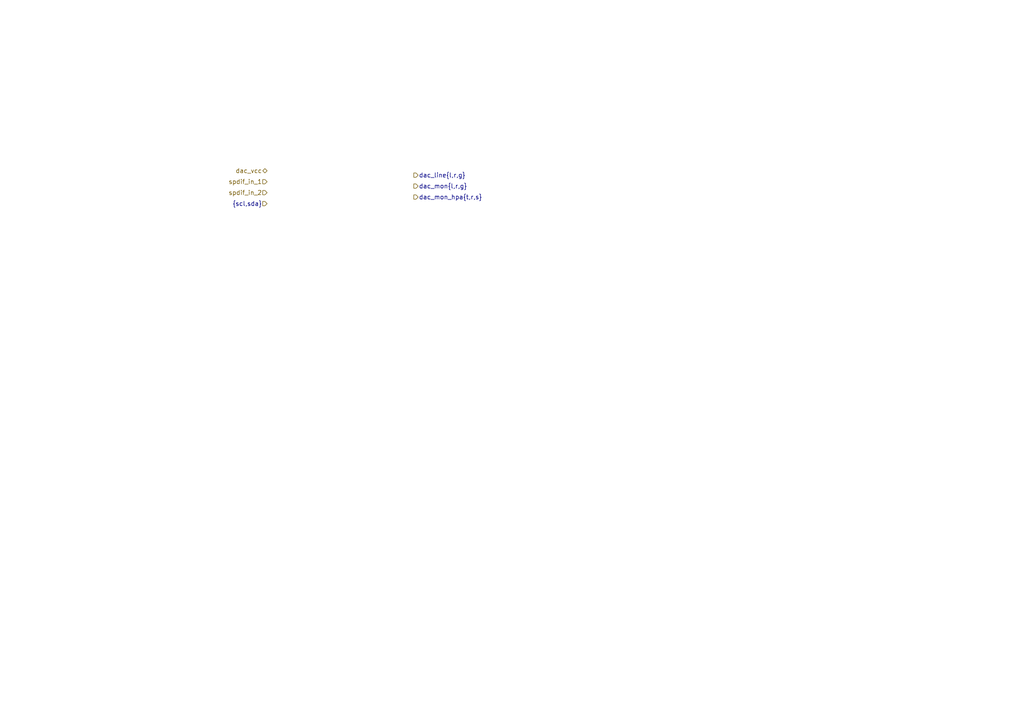
<source format=kicad_sch>
(kicad_sch (version 20230121) (generator eeschema)

  (uuid 10941e7c-4ff7-4d04-8992-f97dbb7cd564)

  (paper "A4")

  (lib_symbols
  )


  (hierarchical_label "dac_line{l,r,g}" (shape output) (at 120.015 50.8 0) (fields_autoplaced)
    (effects (font (size 1.27 1.27)) (justify left))
    (uuid 1077c814-bdba-4fdd-b9fe-f9b2f0b2dbe0)
  )
  (hierarchical_label "spdif_in_2" (shape input) (at 77.47 55.88 180) (fields_autoplaced)
    (effects (font (size 1.27 1.27)) (justify right))
    (uuid 13013424-2669-4424-985d-46c9e794fd2a)
  )
  (hierarchical_label "dac_mon_hpa{t,r,s}" (shape output) (at 120.015 57.15 0) (fields_autoplaced)
    (effects (font (size 1.27 1.27)) (justify left))
    (uuid 3495ee41-92aa-422d-b4b3-42deece2ba6b)
  )
  (hierarchical_label "dac_mon{l,r,g}" (shape output) (at 120.015 53.975 0) (fields_autoplaced)
    (effects (font (size 1.27 1.27)) (justify left))
    (uuid 58431d7d-9ede-4110-a3f9-bc8f6828dcab)
  )
  (hierarchical_label "{scl,sda}" (shape input) (at 77.47 59.055 180) (fields_autoplaced)
    (effects (font (size 1.27 1.27)) (justify right))
    (uuid 9279cb4c-c65b-420b-842c-44dded75215d)
  )
  (hierarchical_label "dac_vcc" (shape bidirectional) (at 77.47 49.53 180) (fields_autoplaced)
    (effects (font (size 1.27 1.27)) (justify right))
    (uuid a3316960-80b8-4120-8dc9-693a20c537bc)
  )
  (hierarchical_label "spdif_in_1" (shape input) (at 77.47 52.705 180) (fields_autoplaced)
    (effects (font (size 1.27 1.27)) (justify right))
    (uuid f423e575-2ed9-44b9-a8d1-9832b650603f)
  )
)

</source>
